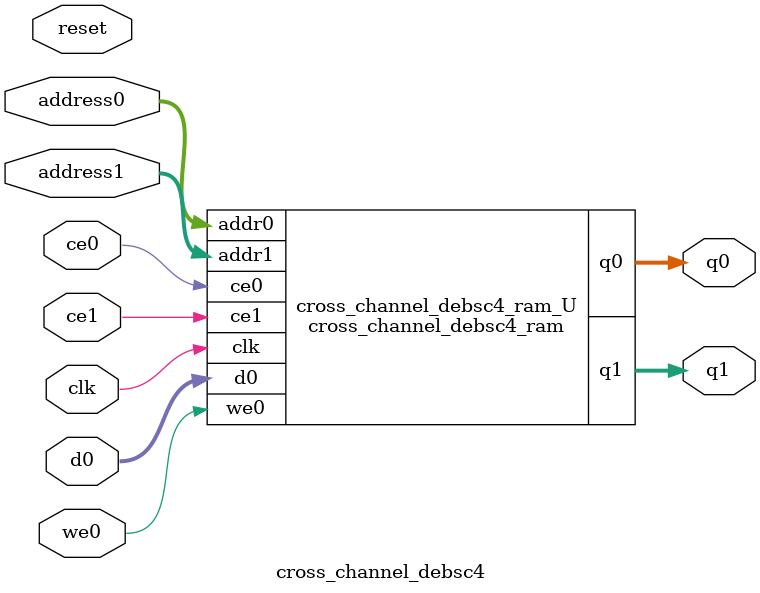
<source format=v>
`timescale 1 ns / 1 ps
module cross_channel_debsc4_ram (addr0, ce0, d0, we0, q0, addr1, ce1, q1,  clk);

parameter DWIDTH = 32;
parameter AWIDTH = 14;
parameter MEM_SIZE = 16384;

input[AWIDTH-1:0] addr0;
input ce0;
input[DWIDTH-1:0] d0;
input we0;
output reg[DWIDTH-1:0] q0;
input[AWIDTH-1:0] addr1;
input ce1;
output reg[DWIDTH-1:0] q1;
input clk;

(* ram_style = "block" *)reg [DWIDTH-1:0] ram[0:MEM_SIZE-1];




always @(posedge clk)  
begin 
    if (ce0) begin
        if (we0) 
            ram[addr0] <= d0; 
        q0 <= ram[addr0];
    end
end


always @(posedge clk)  
begin 
    if (ce1) begin
        q1 <= ram[addr1];
    end
end


endmodule

`timescale 1 ns / 1 ps
module cross_channel_debsc4(
    reset,
    clk,
    address0,
    ce0,
    we0,
    d0,
    q0,
    address1,
    ce1,
    q1);

parameter DataWidth = 32'd32;
parameter AddressRange = 32'd16384;
parameter AddressWidth = 32'd14;
input reset;
input clk;
input[AddressWidth - 1:0] address0;
input ce0;
input we0;
input[DataWidth - 1:0] d0;
output[DataWidth - 1:0] q0;
input[AddressWidth - 1:0] address1;
input ce1;
output[DataWidth - 1:0] q1;



cross_channel_debsc4_ram cross_channel_debsc4_ram_U(
    .clk( clk ),
    .addr0( address0 ),
    .ce0( ce0 ),
    .we0( we0 ),
    .d0( d0 ),
    .q0( q0 ),
    .addr1( address1 ),
    .ce1( ce1 ),
    .q1( q1 ));

endmodule


</source>
